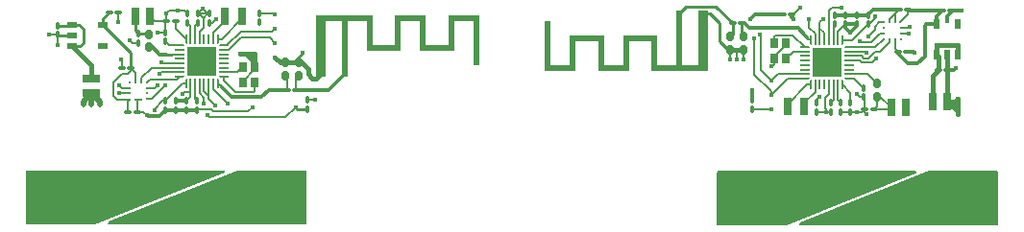
<source format=gbr>
%TF.GenerationSoftware,KiCad,Pcbnew,8.0.1*%
%TF.CreationDate,2024-08-12T12:56:14+02:00*%
%TF.ProjectId,Test_NH,54657374-5f4e-4482-9e6b-696361645f70,rev?*%
%TF.SameCoordinates,Original*%
%TF.FileFunction,Copper,L1,Top*%
%TF.FilePolarity,Positive*%
%FSLAX46Y46*%
G04 Gerber Fmt 4.6, Leading zero omitted, Abs format (unit mm)*
G04 Created by KiCad (PCBNEW 8.0.1) date 2024-08-12 12:56:14*
%MOMM*%
%LPD*%
G01*
G04 APERTURE LIST*
G04 Aperture macros list*
%AMRoundRect*
0 Rectangle with rounded corners*
0 $1 Rounding radius*
0 $2 $3 $4 $5 $6 $7 $8 $9 X,Y pos of 4 corners*
0 Add a 4 corners polygon primitive as box body*
4,1,4,$2,$3,$4,$5,$6,$7,$8,$9,$2,$3,0*
0 Add four circle primitives for the rounded corners*
1,1,$1+$1,$2,$3*
1,1,$1+$1,$4,$5*
1,1,$1+$1,$6,$7*
1,1,$1+$1,$8,$9*
0 Add four rect primitives between the rounded corners*
20,1,$1+$1,$2,$3,$4,$5,0*
20,1,$1+$1,$4,$5,$6,$7,0*
20,1,$1+$1,$6,$7,$8,$9,0*
20,1,$1+$1,$8,$9,$2,$3,0*%
%AMFreePoly0*
4,1,14,0.314644,0.085355,0.385355,0.014644,0.400000,-0.020711,0.400000,-0.050000,0.385355,-0.085355,0.350000,-0.100000,-0.350000,-0.100000,-0.385355,-0.085355,-0.400000,-0.050000,-0.400000,0.050000,-0.385355,0.085355,-0.350000,0.100000,0.279289,0.100000,0.314644,0.085355,0.314644,0.085355,$1*%
%AMFreePoly1*
4,1,14,0.385355,0.085355,0.400000,0.050000,0.400000,0.020711,0.385355,-0.014644,0.314644,-0.085355,0.279289,-0.100000,-0.350000,-0.100000,-0.385355,-0.085355,-0.400000,-0.050000,-0.400000,0.050000,-0.385355,0.085355,-0.350000,0.100000,0.350000,0.100000,0.385355,0.085355,0.385355,0.085355,$1*%
%AMFreePoly2*
4,1,14,0.085355,0.385355,0.100000,0.350000,0.100000,-0.350000,0.085355,-0.385355,0.050000,-0.400000,-0.050000,-0.400000,-0.085355,-0.385355,-0.100000,-0.350000,-0.100000,0.279289,-0.085355,0.314644,-0.014644,0.385355,0.020711,0.400000,0.050000,0.400000,0.085355,0.385355,0.085355,0.385355,$1*%
%AMFreePoly3*
4,1,14,0.014644,0.385355,0.085355,0.314644,0.100000,0.279289,0.100000,-0.350000,0.085355,-0.385355,0.050000,-0.400000,-0.050000,-0.400000,-0.085355,-0.385355,-0.100000,-0.350000,-0.100000,0.350000,-0.085355,0.385355,-0.050000,0.400000,-0.020711,0.400000,0.014644,0.385355,0.014644,0.385355,$1*%
%AMFreePoly4*
4,1,14,0.385355,0.085355,0.400000,0.050000,0.400000,-0.050000,0.385355,-0.085355,0.350000,-0.100000,-0.279289,-0.100000,-0.314644,-0.085355,-0.385355,-0.014644,-0.400000,0.020711,-0.400000,0.050000,-0.385355,0.085355,-0.350000,0.100000,0.350000,0.100000,0.385355,0.085355,0.385355,0.085355,$1*%
%AMFreePoly5*
4,1,14,0.385355,0.085355,0.400000,0.050000,0.400000,-0.050000,0.385355,-0.085355,0.350000,-0.100000,-0.350000,-0.100000,-0.385355,-0.085355,-0.400000,-0.050000,-0.400000,-0.020711,-0.385355,0.014644,-0.314644,0.085355,-0.279289,0.100000,0.350000,0.100000,0.385355,0.085355,0.385355,0.085355,$1*%
%AMFreePoly6*
4,1,14,0.085355,0.385355,0.100000,0.350000,0.100000,-0.279289,0.085355,-0.314644,0.014644,-0.385355,-0.020711,-0.400000,-0.050000,-0.400000,-0.085355,-0.385355,-0.100000,-0.350000,-0.100000,0.350000,-0.085355,0.385355,-0.050000,0.400000,0.050000,0.400000,0.085355,0.385355,0.085355,0.385355,$1*%
%AMFreePoly7*
4,1,14,0.085355,0.385355,0.100000,0.350000,0.100000,-0.350000,0.085355,-0.385355,0.050000,-0.400000,0.020711,-0.400000,-0.014644,-0.385355,-0.085355,-0.314644,-0.100000,-0.279289,-0.100000,0.350000,-0.085355,0.385355,-0.050000,0.400000,0.050000,0.400000,0.085355,0.385355,0.085355,0.385355,$1*%
G04 Aperture macros list end*
%TA.AperFunction,EtchedComponent*%
%ADD10C,0.000000*%
%TD*%
%TA.AperFunction,SMDPad,CuDef*%
%ADD11RoundRect,0.100000X-0.217500X-0.100000X0.217500X-0.100000X0.217500X0.100000X-0.217500X0.100000X0*%
%TD*%
%TA.AperFunction,SMDPad,CuDef*%
%ADD12RoundRect,0.100000X0.100000X-0.217500X0.100000X0.217500X-0.100000X0.217500X-0.100000X-0.217500X0*%
%TD*%
%TA.AperFunction,SMDPad,CuDef*%
%ADD13RoundRect,0.100000X-0.100000X0.217500X-0.100000X-0.217500X0.100000X-0.217500X0.100000X0.217500X0*%
%TD*%
%TA.AperFunction,SMDPad,CuDef*%
%ADD14RoundRect,0.100000X0.217500X0.100000X-0.217500X0.100000X-0.217500X-0.100000X0.217500X-0.100000X0*%
%TD*%
%TA.AperFunction,SMDPad,CuDef*%
%ADD15R,0.750000X0.850000*%
%TD*%
%TA.AperFunction,SMDPad,CuDef*%
%ADD16R,0.952500X0.558800*%
%TD*%
%TA.AperFunction,SMDPad,CuDef*%
%ADD17FreePoly0,0.000000*%
%TD*%
%TA.AperFunction,SMDPad,CuDef*%
%ADD18RoundRect,0.050000X-0.350000X-0.050000X0.350000X-0.050000X0.350000X0.050000X-0.350000X0.050000X0*%
%TD*%
%TA.AperFunction,SMDPad,CuDef*%
%ADD19FreePoly1,0.000000*%
%TD*%
%TA.AperFunction,SMDPad,CuDef*%
%ADD20FreePoly2,0.000000*%
%TD*%
%TA.AperFunction,SMDPad,CuDef*%
%ADD21RoundRect,0.050000X-0.050000X-0.350000X0.050000X-0.350000X0.050000X0.350000X-0.050000X0.350000X0*%
%TD*%
%TA.AperFunction,SMDPad,CuDef*%
%ADD22FreePoly3,0.000000*%
%TD*%
%TA.AperFunction,SMDPad,CuDef*%
%ADD23FreePoly4,0.000000*%
%TD*%
%TA.AperFunction,SMDPad,CuDef*%
%ADD24FreePoly5,0.000000*%
%TD*%
%TA.AperFunction,SMDPad,CuDef*%
%ADD25FreePoly6,0.000000*%
%TD*%
%TA.AperFunction,SMDPad,CuDef*%
%ADD26FreePoly7,0.000000*%
%TD*%
%TA.AperFunction,HeatsinkPad*%
%ADD27R,2.650000X2.650000*%
%TD*%
%TA.AperFunction,SMDPad,CuDef*%
%ADD28RoundRect,0.160000X-0.160000X0.222500X-0.160000X-0.222500X0.160000X-0.222500X0.160000X0.222500X0*%
%TD*%
%TA.AperFunction,SMDPad,CuDef*%
%ADD29RoundRect,0.160000X0.160000X-0.222500X0.160000X0.222500X-0.160000X0.222500X-0.160000X-0.222500X0*%
%TD*%
%TA.AperFunction,ConnectorPad*%
%ADD30R,0.500000X0.500000*%
%TD*%
%TA.AperFunction,ComponentPad*%
%ADD31R,0.900000X0.500000*%
%TD*%
%TA.AperFunction,SMDPad,CuDef*%
%ADD32FreePoly0,180.000000*%
%TD*%
%TA.AperFunction,SMDPad,CuDef*%
%ADD33RoundRect,0.050000X0.350000X0.050000X-0.350000X0.050000X-0.350000X-0.050000X0.350000X-0.050000X0*%
%TD*%
%TA.AperFunction,SMDPad,CuDef*%
%ADD34FreePoly1,180.000000*%
%TD*%
%TA.AperFunction,SMDPad,CuDef*%
%ADD35FreePoly2,180.000000*%
%TD*%
%TA.AperFunction,SMDPad,CuDef*%
%ADD36RoundRect,0.050000X0.050000X0.350000X-0.050000X0.350000X-0.050000X-0.350000X0.050000X-0.350000X0*%
%TD*%
%TA.AperFunction,SMDPad,CuDef*%
%ADD37FreePoly3,180.000000*%
%TD*%
%TA.AperFunction,SMDPad,CuDef*%
%ADD38FreePoly4,180.000000*%
%TD*%
%TA.AperFunction,SMDPad,CuDef*%
%ADD39FreePoly5,180.000000*%
%TD*%
%TA.AperFunction,SMDPad,CuDef*%
%ADD40FreePoly6,180.000000*%
%TD*%
%TA.AperFunction,SMDPad,CuDef*%
%ADD41FreePoly7,180.000000*%
%TD*%
%TA.AperFunction,SMDPad,CuDef*%
%ADD42R,0.279400X0.279400*%
%TD*%
%TA.AperFunction,SMDPad,CuDef*%
%ADD43R,1.524000X0.800000*%
%TD*%
%TA.AperFunction,SMDPad,CuDef*%
%ADD44R,0.800000X1.524000*%
%TD*%
%TA.AperFunction,SMDPad,CuDef*%
%ADD45R,0.558800X0.952500*%
%TD*%
%TA.AperFunction,ViaPad*%
%ADD46C,0.400000*%
%TD*%
%TA.AperFunction,Conductor*%
%ADD47C,0.200000*%
%TD*%
%TA.AperFunction,Conductor*%
%ADD48C,0.300000*%
%TD*%
%TA.AperFunction,Conductor*%
%ADD49C,0.400000*%
%TD*%
%TA.AperFunction,Conductor*%
%ADD50C,0.250000*%
%TD*%
%TA.AperFunction,Conductor*%
%ADD51C,0.500000*%
%TD*%
G04 APERTURE END LIST*
D10*
%TA.AperFunction,EtchedComponent*%
%TO.C,AE1*%
G36*
X137005000Y-101977500D02*
G01*
X139005000Y-101977500D01*
X139005000Y-99337500D01*
X141705000Y-99337500D01*
X141705000Y-101977500D01*
X143705000Y-101977500D01*
X143705000Y-99337500D01*
X146405000Y-99337500D01*
X146405000Y-103777500D01*
X145905000Y-103777500D01*
X145905000Y-99837500D01*
X144205000Y-99837500D01*
X144205000Y-102477500D01*
X141205000Y-102477500D01*
X141205000Y-99837500D01*
X139505000Y-99837500D01*
X139505000Y-102477500D01*
X136505000Y-102477500D01*
X136505000Y-99837500D01*
X134805000Y-99837500D01*
X134805000Y-104737500D01*
X134305000Y-104737500D01*
X134305000Y-99837500D01*
X132905000Y-99837500D01*
X132905000Y-104737500D01*
X132005000Y-104737500D01*
X132005000Y-104494285D01*
X132307417Y-104494285D01*
X132317258Y-104541895D01*
X132341326Y-104584297D01*
X132379269Y-104617081D01*
X132387181Y-104621435D01*
X132429844Y-104633543D01*
X132478363Y-104632800D01*
X132523878Y-104619900D01*
X132542489Y-104609287D01*
X132576132Y-104574053D01*
X132596691Y-104528868D01*
X132603222Y-104479342D01*
X132594782Y-104431083D01*
X132577888Y-104398857D01*
X132542628Y-104366187D01*
X132497318Y-104346092D01*
X132447733Y-104339518D01*
X132399647Y-104347408D01*
X132366755Y-104364314D01*
X132331815Y-104401084D01*
X132312153Y-104445878D01*
X132307417Y-104494285D01*
X132005000Y-104494285D01*
X132005000Y-99337500D01*
X137005000Y-99337500D01*
X137005000Y-101977500D01*
G37*
%TD.AperFunction*%
%TA.AperFunction,EtchedComponent*%
%TO.C,AE2*%
G36*
X166590000Y-104290000D02*
G01*
X161590000Y-104290000D01*
X161590000Y-101650000D01*
X159590000Y-101650000D01*
X159590000Y-104290000D01*
X156890000Y-104290000D01*
X156890000Y-101650000D01*
X154890000Y-101650000D01*
X154890000Y-104290000D01*
X152190000Y-104290000D01*
X152190000Y-99850000D01*
X152690000Y-99850000D01*
X152690000Y-103790000D01*
X154390000Y-103790000D01*
X154390000Y-101150000D01*
X157390000Y-101150000D01*
X157390000Y-103790000D01*
X159090000Y-103790000D01*
X159090000Y-101150000D01*
X162090000Y-101150000D01*
X162090000Y-103790000D01*
X163790000Y-103790000D01*
X163790000Y-98890000D01*
X164290000Y-98890000D01*
X164290000Y-103790000D01*
X165690000Y-103790000D01*
X165690000Y-99148158D01*
X165991778Y-99148158D01*
X166000218Y-99196417D01*
X166017112Y-99228643D01*
X166052372Y-99261313D01*
X166097682Y-99281408D01*
X166147267Y-99287982D01*
X166195353Y-99280092D01*
X166228245Y-99263186D01*
X166263185Y-99226416D01*
X166282847Y-99181622D01*
X166287583Y-99133215D01*
X166277742Y-99085605D01*
X166253674Y-99043203D01*
X166215731Y-99010419D01*
X166207819Y-99006065D01*
X166165156Y-98993957D01*
X166116637Y-98994700D01*
X166071122Y-99007600D01*
X166052511Y-99018213D01*
X166018868Y-99053447D01*
X165998309Y-99098632D01*
X165991778Y-99148158D01*
X165690000Y-99148158D01*
X165690000Y-98890000D01*
X166590000Y-98890000D01*
X166590000Y-99133215D01*
X166590000Y-104290000D01*
G37*
%TD.AperFunction*%
%TD*%
D11*
%TO.P,C15,1*%
%TO.N,VDD*%
X115442500Y-107895000D03*
%TO.P,C15,2*%
%TO.N,GND*%
X116257500Y-107895000D03*
%TD*%
D12*
%TO.P,C21,1*%
%TO.N,GND*%
X179120000Y-107862500D03*
%TO.P,C21,2*%
%TO.N,Net-(U5-DACVSS)*%
X179120000Y-107047500D03*
%TD*%
D13*
%TO.P,R2,1*%
%TO.N,GND*%
X131230000Y-106815000D03*
%TO.P,R2,2*%
%TO.N,/VBUS*%
X131230000Y-107630000D03*
%TD*%
D14*
%TO.P,C10,1*%
%TO.N,VDD*%
X115727500Y-104035000D03*
%TO.P,C10,2*%
%TO.N,GND*%
X114912500Y-104035000D03*
%TD*%
D15*
%TO.P,Y1,1,1*%
%TO.N,Net-(U2-BT_OSCI)*%
X126615000Y-105255000D03*
%TO.P,Y1,2,2*%
%TO.N,GND*%
X126615000Y-103905000D03*
%TO.P,Y1,3,3*%
%TO.N,Net-(U2-BT_OSCO)*%
X125565000Y-103905000D03*
%TO.P,Y1,4,4*%
%TO.N,GND*%
X125565000Y-105255000D03*
%TD*%
D11*
%TO.P,C19,1*%
%TO.N,GND*%
X180382500Y-107625000D03*
%TO.P,C19,2*%
%TO.N,Net-(C19-Pad2)*%
X181197500Y-107625000D03*
%TD*%
D13*
%TO.P,C16,1*%
%TO.N,GND*%
X176140000Y-107047500D03*
%TO.P,C16,2*%
%TO.N,/MIC_BIAS*%
X176140000Y-107862500D03*
%TD*%
D16*
%TO.P,U1,1,VIN*%
%TO.N,+BATT*%
X110512050Y-100165200D03*
%TO.P,U1,2,GND*%
%TO.N,GND*%
X110512050Y-101105000D03*
%TO.P,U1,3,EN*%
%TO.N,+BATT*%
X110512050Y-102044800D03*
%TO.P,U1,4,NC*%
%TO.N,unconnected-(U1-NC-Pad4)*%
X113267950Y-102044800D03*
%TO.P,U1,5,VOUT*%
%TO.N,VDD*%
X113267950Y-100165200D03*
%TD*%
D12*
%TO.P,C18,1*%
%TO.N,/MIC_BIAS*%
X177390000Y-107862500D03*
%TO.P,C18,2*%
%TO.N,/MIC*%
X177390000Y-107047500D03*
%TD*%
D17*
%TO.P,U2,1,VCOM0*%
%TO.N,Net-(U2-VCOM0)*%
X120010000Y-101985000D03*
D18*
%TO.P,U2,2,DACL*%
%TO.N,unconnected-(U2-DACL-Pad2)*%
X120010000Y-102385000D03*
%TO.P,U2,3,DACR*%
%TO.N,Net-(U2-DACR)*%
X120010000Y-102785000D03*
%TO.P,U2,4,FMIP*%
%TO.N,unconnected-(U2-FMIP-Pad4)*%
X120010000Y-103185000D03*
%TO.P,U2,5,PB11*%
%TO.N,/CS*%
X120010000Y-103585000D03*
%TO.P,U2,6,PB10*%
%TO.N,/DO*%
X120010000Y-103985000D03*
%TO.P,U2,7,PB9*%
%TO.N,/CLK*%
X120010000Y-104385000D03*
D19*
%TO.P,U2,8,PB8*%
%TO.N,/DI*%
X120010000Y-104785000D03*
D20*
%TO.P,U2,9,LDO_IN/PB5*%
%TO.N,/VBUS*%
X120560000Y-105335000D03*
D21*
%TO.P,U2,10,VBAT*%
%TO.N,+BATT*%
X120960000Y-105335000D03*
%TO.P,U2,11,BT_AVDD*%
%TO.N,Net-(U2-BT_AVDD)*%
X121360000Y-105335000D03*
%TO.P,U2,12,PB3*%
%TO.N,/INT2*%
X121760000Y-105335000D03*
%TO.P,U2,13,PB2*%
%TO.N,/INT1*%
X122160000Y-105335000D03*
%TO.P,U2,14,PB1*%
X122560000Y-105335000D03*
%TO.P,U2,15,PB0*%
%TO.N,/TX*%
X122960000Y-105335000D03*
D22*
%TO.P,U2,16,BT_RF*%
%TO.N,Net-(U2-BT_RF)*%
X123360000Y-105335000D03*
D23*
%TO.P,U2,17,BT_OSCI*%
%TO.N,Net-(U2-BT_OSCI)*%
X123910000Y-104785000D03*
D18*
%TO.P,U2,18,BT_OSCO*%
%TO.N,Net-(U2-BT_OSCO)*%
X123910000Y-104385000D03*
%TO.P,U2,19,PC5*%
%TO.N,unconnected-(U2-PC5-Pad19)*%
X123910000Y-103985000D03*
%TO.P,U2,20,PC4*%
%TO.N,unconnected-(U2-PC4-Pad20)*%
X123910000Y-103585000D03*
%TO.P,U2,21,PC3*%
%TO.N,unconnected-(U2-PC3-Pad21)*%
X123910000Y-103185000D03*
%TO.P,U2,22,PC2*%
%TO.N,unconnected-(U2-PC2-Pad22)*%
X123910000Y-102785000D03*
%TO.P,U2,23,USBDM*%
%TO.N,/USBDM*%
X123910000Y-102385000D03*
D24*
%TO.P,U2,24,USBDP*%
%TO.N,/USBDP*%
X123910000Y-101985000D03*
D25*
%TO.P,U2,25,PA10*%
%TO.N,Net-(J4-Pin_1)*%
X123360000Y-101435000D03*
D21*
%TO.P,U2,26,PA9*%
%TO.N,Net-(J3-Pin_1)*%
X122960000Y-101435000D03*
%TO.P,U2,27,PA1*%
%TO.N,unconnected-(U2-PA1-Pad27)*%
X122560000Y-101435000D03*
%TO.P,U2,28,PA0*%
%TO.N,unconnected-(U2-PA0-Pad28)*%
X122160000Y-101435000D03*
%TO.P,U2,29,PC7*%
%TO.N,/MIC_BIAS*%
X121760000Y-101435000D03*
%TO.P,U2,30,MIC*%
%TO.N,/MIC*%
X121360000Y-101435000D03*
%TO.P,U2,31,VDDIO*%
%TO.N,Net-(U2-VDDIO)*%
X120960000Y-101435000D03*
D26*
%TO.P,U2,32,DACVSS*%
%TO.N,Net-(U2-DACVSS)*%
X120560000Y-101435000D03*
D27*
%TO.P,U2,33,EP*%
%TO.N,GND*%
X121960000Y-103385000D03*
%TD*%
D28*
%TO.P,L3,1,1*%
%TO.N,GND*%
X130465000Y-103530000D03*
%TO.P,L3,2,2*%
%TO.N,Net-(AE1-A)*%
X130465000Y-104675000D03*
%TD*%
D13*
%TO.P,C23,1*%
%TO.N,GND*%
X179680000Y-99325000D03*
%TO.P,C23,2*%
%TO.N,+BATT*%
X179680000Y-100140000D03*
%TD*%
D11*
%TO.P,C13,1*%
%TO.N,VDD*%
X113782500Y-99105000D03*
%TO.P,C13,2*%
%TO.N,GND*%
X114597500Y-99105000D03*
%TD*%
%TO.P,C29,1*%
%TO.N,Net-(AE2-A)*%
X168732500Y-100045000D03*
%TO.P,C29,2*%
%TO.N,Net-(U5-BT_RF)*%
X169547500Y-100045000D03*
%TD*%
D13*
%TO.P,C2,1*%
%TO.N,+BATT*%
X109242950Y-100257700D03*
%TO.P,C2,2*%
%TO.N,GND*%
X109242950Y-101072700D03*
%TD*%
D15*
%TO.P,Y2,1,1*%
%TO.N,Net-(U5-BT_OSCI)*%
X172400000Y-101835000D03*
%TO.P,Y2,2,2*%
%TO.N,GND*%
X172400000Y-103185000D03*
%TO.P,Y2,3,3*%
%TO.N,Net-(U5-BT_OSCO)*%
X173450000Y-103185000D03*
%TO.P,Y2,4,4*%
%TO.N,GND*%
X173450000Y-101835000D03*
%TD*%
D12*
%TO.P,C1,1*%
%TO.N,GND*%
X122665000Y-100012500D03*
%TO.P,C1,2*%
%TO.N,/MIC_BIAS*%
X122665000Y-99197500D03*
%TD*%
D11*
%TO.P,C25,1*%
%TO.N,VDD*%
X183317000Y-102579100D03*
%TO.P,C25,2*%
%TO.N,GND*%
X184132000Y-102579100D03*
%TD*%
D29*
%TO.P,L6,1,1*%
%TO.N,GND*%
X168540000Y-102367500D03*
%TO.P,L6,2,2*%
%TO.N,Net-(AE2-A)*%
X168540000Y-101222500D03*
%TD*%
D12*
%TO.P,C12,1*%
%TO.N,GND*%
X119690000Y-107705000D03*
%TO.P,C12,2*%
%TO.N,+BATT*%
X119690000Y-106890000D03*
%TD*%
D11*
%TO.P,C28,1*%
%TO.N,VDD*%
X187212500Y-98915000D03*
%TO.P,C28,2*%
%TO.N,GND*%
X188027500Y-98915000D03*
%TD*%
D30*
%TO.P,AE1,1,A*%
%TO.N,Net-(AE1-A)*%
X134555000Y-104487500D03*
D31*
%TO.P,AE1,2,Shield*%
%TO.N,GND*%
X132455000Y-104487500D03*
%TD*%
D32*
%TO.P,U5,1,VCOM0*%
%TO.N,Net-(U5-VCOM0)*%
X178980000Y-104935000D03*
D33*
%TO.P,U5,2,DACL*%
%TO.N,Net-(U5-DACL)*%
X178980000Y-104535000D03*
%TO.P,U5,3,DACR*%
%TO.N,unconnected-(U5-DACR-Pad3)*%
X178980000Y-104135000D03*
%TO.P,U5,4,FMIP*%
%TO.N,unconnected-(U5-FMIP-Pad4)*%
X178980000Y-103735000D03*
%TO.P,U5,5,PB11*%
%TO.N,/CS*%
X178980000Y-103335000D03*
%TO.P,U5,6,PB10*%
%TO.N,/DO*%
X178980000Y-102935000D03*
%TO.P,U5,7,PB9*%
%TO.N,/CLK*%
X178980000Y-102535000D03*
D34*
%TO.P,U5,8,PB8*%
%TO.N,/DI*%
X178980000Y-102135000D03*
D35*
%TO.P,U5,9,LDO_IN/PB5*%
%TO.N,/VBUS*%
X178430000Y-101585000D03*
D36*
%TO.P,U5,10,VBAT*%
%TO.N,+BATT*%
X178030000Y-101585000D03*
%TO.P,U5,11,BT_AVDD*%
%TO.N,Net-(U5-BT_AVDD)*%
X177630000Y-101585000D03*
%TO.P,U5,12,PB3*%
%TO.N,/INT2*%
X177230000Y-101585000D03*
%TO.P,U5,13,PB2*%
%TO.N,/INT1*%
X176830000Y-101585000D03*
%TO.P,U5,14,PB1*%
X176430000Y-101585000D03*
%TO.P,U5,15,PB0*%
%TO.N,/TX*%
X176030000Y-101585000D03*
D37*
%TO.P,U5,16,BT_RF*%
%TO.N,Net-(U5-BT_RF)*%
X175630000Y-101585000D03*
D38*
%TO.P,U5,17,BT_OSCI*%
%TO.N,Net-(U5-BT_OSCI)*%
X175080000Y-102135000D03*
D33*
%TO.P,U5,18,BT_OSCO*%
%TO.N,Net-(U5-BT_OSCO)*%
X175080000Y-102535000D03*
%TO.P,U5,19,PC5*%
%TO.N,unconnected-(U5-PC5-Pad19)*%
X175080000Y-102935000D03*
%TO.P,U5,20,PC4*%
%TO.N,unconnected-(U5-PC4-Pad20)*%
X175080000Y-103335000D03*
%TO.P,U5,21,PC3*%
%TO.N,unconnected-(U5-PC3-Pad21)*%
X175080000Y-103735000D03*
%TO.P,U5,22,PC2*%
%TO.N,unconnected-(U5-PC2-Pad22)*%
X175080000Y-104135000D03*
%TO.P,U5,23,USBDM*%
%TO.N,/USBDM*%
X175080000Y-104535000D03*
D39*
%TO.P,U5,24,USBDP*%
%TO.N,/USBDP*%
X175080000Y-104935000D03*
D40*
%TO.P,U5,25,PA10*%
%TO.N,Net-(J10-Pin_1)*%
X175630000Y-105485000D03*
D36*
%TO.P,U5,26,PA9*%
%TO.N,Net-(J11-Pin_1)*%
X176030000Y-105485000D03*
%TO.P,U5,27,PA1*%
%TO.N,unconnected-(U5-PA1-Pad27)*%
X176430000Y-105485000D03*
%TO.P,U5,28,PA0*%
%TO.N,unconnected-(U5-PA0-Pad28)*%
X176830000Y-105485000D03*
%TO.P,U5,29,PC7*%
%TO.N,/MIC_BIAS*%
X177230000Y-105485000D03*
%TO.P,U5,30,MIC*%
%TO.N,/MIC*%
X177630000Y-105485000D03*
%TO.P,U5,31,VDDIO*%
%TO.N,Net-(U5-VDDIO)*%
X178030000Y-105485000D03*
D41*
%TO.P,U5,32,DACVSS*%
%TO.N,Net-(U5-DACVSS)*%
X178430000Y-105485000D03*
D27*
%TO.P,U5,33,EP*%
%TO.N,GND*%
X177030000Y-103535000D03*
%TD*%
D42*
%TO.P,U3,1,SDO*%
%TO.N,/DI*%
X117132000Y-105246999D03*
%TO.P,U3,2,SDX*%
%TO.N,/DO*%
X116620000Y-105235000D03*
%TO.P,U3,3,VDDIO*%
%TO.N,VDD*%
X116120000Y-105235000D03*
%TO.P,U3,4,NC*%
%TO.N,unconnected-(U3-NC-Pad4)*%
X115608000Y-105246999D03*
%TO.P,U3,5,INT1*%
%TO.N,/INT1*%
X115608000Y-105747000D03*
%TO.P,U3,6,INT2*%
%TO.N,/INT2*%
X115608000Y-106247000D03*
%TO.P,U3,7,VDD*%
%TO.N,VDD*%
X115619999Y-106759000D03*
%TO.P,U3,8,GNDIO*%
%TO.N,GND*%
X116120000Y-106759000D03*
%TO.P,U3,9,GND*%
X116620000Y-106759000D03*
%TO.P,U3,10,CSB*%
%TO.N,/CS*%
X117132000Y-106747001D03*
%TO.P,U3,11,NC*%
%TO.N,unconnected-(U3-NC-Pad11)*%
X117132000Y-106247000D03*
%TO.P,U3,12,SCX*%
%TO.N,/CLK*%
X117132000Y-105747000D03*
%TD*%
D28*
%TO.P,L5,1,1*%
%TO.N,Net-(U5-BT_RF)*%
X169690000Y-101222500D03*
%TO.P,L5,2,2*%
%TO.N,GND*%
X169690000Y-102367500D03*
%TD*%
D43*
%TO.P,BT1,1,+*%
%TO.N,+BATT*%
X112240000Y-104955000D03*
%TO.P,BT1,2,-*%
%TO.N,GND*%
X112240000Y-106225000D03*
%TD*%
D28*
%TO.P,L1,1,1*%
%TO.N,Net-(C4-Pad2)*%
X117310000Y-101032500D03*
%TO.P,L1,2,2*%
%TO.N,Net-(U2-DACR)*%
X117310000Y-102177500D03*
%TD*%
D44*
%TO.P,J4,1,Pin_1*%
%TO.N,Net-(J4-Pin_1)*%
X125520000Y-99405000D03*
%TD*%
D12*
%TO.P,C8,1*%
%TO.N,GND*%
X120590000Y-107705000D03*
%TO.P,C8,2*%
%TO.N,+BATT*%
X120590000Y-106890000D03*
%TD*%
D13*
%TO.P,C27,1*%
%TO.N,GND*%
X178690000Y-99325000D03*
%TO.P,C27,2*%
%TO.N,+BATT*%
X178690000Y-100140000D03*
%TD*%
D12*
%TO.P,R1,1*%
%TO.N,+BATT*%
X127015000Y-99962500D03*
%TO.P,R1,2*%
%TO.N,Net-(J2-Pin_1)*%
X127015000Y-99147500D03*
%TD*%
D44*
%TO.P,LS1,1,1*%
%TO.N,GND*%
X117360000Y-99405000D03*
%TO.P,LS1,2,2*%
%TO.N,Net-(C4-Pad2)*%
X116090000Y-99405000D03*
%TD*%
D13*
%TO.P,R4,1*%
%TO.N,+BATT*%
X170430000Y-106837500D03*
%TO.P,R4,2*%
%TO.N,Net-(J8-Pin_1)*%
X170430000Y-107652500D03*
%TD*%
D45*
%TO.P,U4,1,VIN*%
%TO.N,+BATT*%
X186710200Y-102862950D03*
%TO.P,U4,2,GND*%
%TO.N,GND*%
X187650000Y-102862950D03*
%TO.P,U4,3,EN*%
%TO.N,+BATT*%
X188589800Y-102862950D03*
%TO.P,U4,4,NC*%
%TO.N,unconnected-(U4-NC-Pad4)*%
X188589800Y-100107050D03*
%TO.P,U4,5,VOUT*%
%TO.N,VDD*%
X186710200Y-100107050D03*
%TD*%
D13*
%TO.P,C5,1*%
%TO.N,GND*%
X118730000Y-100860000D03*
%TO.P,C5,2*%
%TO.N,Net-(U2-VCOM0)*%
X118730000Y-101675000D03*
%TD*%
D30*
%TO.P,AE2,1,A*%
%TO.N,Net-(AE2-A)*%
X164040000Y-99140000D03*
D31*
%TO.P,AE2,2,Shield*%
%TO.N,GND*%
X166140000Y-99140000D03*
%TD*%
D29*
%TO.P,L4,1,1*%
%TO.N,Net-(C19-Pad2)*%
X181440000Y-106520000D03*
%TO.P,L4,2,2*%
%TO.N,Net-(U5-DACL)*%
X181440000Y-105375000D03*
%TD*%
D44*
%TO.P,LS2,1,1*%
%TO.N,Net-(C19-Pad2)*%
X182710000Y-107515000D03*
%TO.P,LS2,2,2*%
%TO.N,GND*%
X183980000Y-107515000D03*
%TD*%
D12*
%TO.P,C22,1*%
%TO.N,/VBUS*%
X180710000Y-100140000D03*
%TO.P,C22,2*%
%TO.N,GND*%
X180710000Y-99325000D03*
%TD*%
D11*
%TO.P,C17,1*%
%TO.N,+BATT*%
X186862500Y-104215000D03*
%TO.P,C17,2*%
%TO.N,GND*%
X187677500Y-104215000D03*
%TD*%
D12*
%TO.P,C20,1*%
%TO.N,GND*%
X180280000Y-106565000D03*
%TO.P,C20,2*%
%TO.N,Net-(U5-VCOM0)*%
X180280000Y-105750000D03*
%TD*%
D13*
%TO.P,C3,1*%
%TO.N,/MIC_BIAS*%
X121590000Y-99197500D03*
%TO.P,C3,2*%
%TO.N,/MIC*%
X121590000Y-100012500D03*
%TD*%
D44*
%TO.P,J10,1,Pin_1*%
%TO.N,Net-(J10-Pin_1)*%
X173580000Y-107425000D03*
%TD*%
D14*
%TO.P,C14,1*%
%TO.N,Net-(AE1-A)*%
X130260000Y-105922500D03*
%TO.P,C14,2*%
%TO.N,Net-(U2-BT_RF)*%
X129445000Y-105922500D03*
%TD*%
D42*
%TO.P,U6,1,SDO*%
%TO.N,/DI*%
X182028000Y-101443101D03*
%TO.P,U6,2,SDX*%
%TO.N,/DO*%
X182540000Y-101455100D03*
%TO.P,U6,3,VDDIO*%
%TO.N,VDD*%
X183040000Y-101455100D03*
%TO.P,U6,4,NC*%
%TO.N,unconnected-(U6-NC-Pad4)*%
X183552000Y-101443101D03*
%TO.P,U6,5,INT1*%
%TO.N,/INT1*%
X183552000Y-100943100D03*
%TO.P,U6,6,INT2*%
%TO.N,/INT2*%
X183552000Y-100443100D03*
%TO.P,U6,7,VDD*%
%TO.N,VDD*%
X183540001Y-99931100D03*
%TO.P,U6,8,GNDIO*%
%TO.N,GND*%
X183040000Y-99931100D03*
%TO.P,U6,9,GND*%
X182540000Y-99931100D03*
%TO.P,U6,10,CSB*%
%TO.N,/CS*%
X182028000Y-99943099D03*
%TO.P,U6,11,NC*%
%TO.N,unconnected-(U6-NC-Pad11)*%
X182028000Y-100443100D03*
%TO.P,U6,12,SCX*%
%TO.N,/CLK*%
X182028000Y-100943100D03*
%TD*%
D13*
%TO.P,C9,1*%
%TO.N,GND*%
X120690000Y-99197500D03*
%TO.P,C9,2*%
%TO.N,Net-(U2-VDDIO)*%
X120690000Y-100012500D03*
%TD*%
D12*
%TO.P,C11,1*%
%TO.N,GND*%
X121530000Y-107705000D03*
%TO.P,C11,2*%
%TO.N,Net-(U2-BT_AVDD)*%
X121530000Y-106890000D03*
%TD*%
D14*
%TO.P,C30,1*%
%TO.N,VDD*%
X184197500Y-98833100D03*
%TO.P,C30,2*%
%TO.N,GND*%
X183382500Y-98833100D03*
%TD*%
D44*
%TO.P,J9,1,Pin_1*%
%TO.N,Net-(J11-Pin_1)*%
X175050000Y-107425000D03*
%TD*%
%TO.P,BT2,1,+*%
%TO.N,+BATT*%
X186380000Y-106955000D03*
%TO.P,BT2,2,-*%
%TO.N,GND*%
X187650000Y-106955000D03*
%TD*%
D11*
%TO.P,R5,1*%
%TO.N,GND*%
X173142500Y-99295000D03*
%TO.P,R5,2*%
%TO.N,/VBUS*%
X173957500Y-99295000D03*
%TD*%
D44*
%TO.P,J3,1,Pin_1*%
%TO.N,Net-(J3-Pin_1)*%
X123990000Y-99405000D03*
%TD*%
D13*
%TO.P,C26,1*%
%TO.N,GND*%
X177740000Y-99325000D03*
%TO.P,C26,2*%
%TO.N,Net-(U5-BT_AVDD)*%
X177740000Y-100140000D03*
%TD*%
%TO.P,C7,1*%
%TO.N,/VBUS*%
X118720000Y-106890000D03*
%TO.P,C7,2*%
%TO.N,GND*%
X118720000Y-107705000D03*
%TD*%
D12*
%TO.P,C24,1*%
%TO.N,GND*%
X178250000Y-107862500D03*
%TO.P,C24,2*%
%TO.N,Net-(U5-VDDIO)*%
X178250000Y-107047500D03*
%TD*%
D29*
%TO.P,L2,1,1*%
%TO.N,Net-(U2-BT_RF)*%
X129305000Y-104675000D03*
%TO.P,L2,2,2*%
%TO.N,GND*%
X129305000Y-103530000D03*
%TD*%
D12*
%TO.P,C4,1*%
%TO.N,GND*%
X116330000Y-101797500D03*
%TO.P,C4,2*%
%TO.N,Net-(C4-Pad2)*%
X116330000Y-100982500D03*
%TD*%
D11*
%TO.P,C6,1*%
%TO.N,GND*%
X118855000Y-99845000D03*
%TO.P,C6,2*%
%TO.N,Net-(U2-DACVSS)*%
X119670000Y-99845000D03*
%TD*%
D46*
%TO.N,GND*%
X113010000Y-107240000D03*
X118850000Y-99150000D03*
X170310000Y-99665000D03*
X122870000Y-102480000D03*
X177030000Y-103530000D03*
X126410000Y-107480000D03*
X131970000Y-106810000D03*
X114580000Y-99900000D03*
X172160000Y-103865000D03*
X188550000Y-107360000D03*
X179660000Y-106310000D03*
X123183070Y-99689291D03*
X118080000Y-100850000D03*
X115620000Y-101530000D03*
X188550000Y-106730000D03*
X126610000Y-102760000D03*
X177030000Y-102610000D03*
X180570000Y-108090000D03*
X109240000Y-101950000D03*
X176409707Y-106522552D03*
X117350000Y-99440000D03*
X119870000Y-98920000D03*
X117090000Y-108160000D03*
X121960000Y-104310000D03*
X177950000Y-104460000D03*
X121030000Y-102470000D03*
X128415000Y-103040000D03*
X108450000Y-101070000D03*
X125310000Y-102760000D03*
X121030000Y-103380000D03*
X184790000Y-102650000D03*
X111510000Y-107210000D03*
X168540000Y-103280000D03*
X182570000Y-98840000D03*
X177030000Y-104460000D03*
X112240000Y-107230000D03*
X176100000Y-104460000D03*
X188900000Y-98910000D03*
X187677500Y-105380000D03*
X179730000Y-107862500D03*
X122880000Y-103370000D03*
X188440000Y-103990000D03*
X176100000Y-102620000D03*
X177950000Y-103540000D03*
X125960000Y-102760000D03*
X110512050Y-101105000D03*
X130870000Y-102650000D03*
X183990000Y-107510000D03*
X114860000Y-103220000D03*
X121030000Y-104310000D03*
X121950000Y-103390000D03*
X177950000Y-102610000D03*
X169690000Y-103270000D03*
X187670000Y-99880000D03*
X169090000Y-103270000D03*
X122880000Y-104290000D03*
X121960000Y-102490000D03*
X176100000Y-103540000D03*
X188550000Y-108050000D03*
%TO.N,+BATT*%
X112240000Y-104955000D03*
X179130000Y-100870000D03*
X186746900Y-101950000D03*
X127015000Y-99962500D03*
X170440000Y-105960000D03*
X120220000Y-106260000D03*
%TO.N,Net-(J8-Pin_1)*%
X172160000Y-107675000D03*
%TO.N,Net-(J11-Pin_1)*%
X168140000Y-115470000D03*
%TO.N,Net-(J10-Pin_1)*%
X191380000Y-115440000D03*
%TO.N,/MIC_BIAS*%
X122020018Y-98739000D03*
X176970002Y-107862500D03*
%TO.N,Net-(J2-Pin_1)*%
X128415000Y-99230000D03*
%TO.N,Net-(J3-Pin_1)*%
X107240000Y-115410000D03*
%TO.N,Net-(J4-Pin_1)*%
X130390000Y-115350000D03*
%TO.N,/VBUS*%
X174120000Y-99665000D03*
X117800001Y-107690000D03*
X174664204Y-98680153D03*
X130220000Y-107480000D03*
X122420000Y-108150000D03*
X181310000Y-99460000D03*
%TO.N,/USBDP*%
X128415000Y-100500000D03*
X172160000Y-106405000D03*
X170650000Y-101400000D03*
%TO.N,/USBDM*%
X171105961Y-101010000D03*
X128415000Y-101770000D03*
X172160000Y-105135000D03*
%TO.N,/CS*%
X118400000Y-103485000D03*
X181414607Y-103134607D03*
X180670000Y-101210000D03*
X118700000Y-105510000D03*
%TO.N,/CLK*%
X180500000Y-102635000D03*
X179940000Y-101635000D03*
X118040000Y-105510000D03*
X118260000Y-104510000D03*
%TO.N,/INT2*%
X184371329Y-100354222D03*
X122160000Y-107100000D03*
X178310428Y-98692958D03*
X114681446Y-106218554D03*
%TO.N,/INT1*%
X123127500Y-107302500D03*
X176730000Y-99670000D03*
X184300000Y-100990000D03*
X114690000Y-105520000D03*
%TO.N,/TX*%
X124272500Y-107177500D03*
X175470000Y-99670000D03*
%TD*%
D47*
%TO.N,Net-(AE1-A)*%
X130260000Y-105922500D02*
X130260000Y-104880000D01*
D48*
X130260000Y-105922500D02*
X133120000Y-105922500D01*
X133120000Y-105922500D02*
X134555000Y-104487500D01*
D47*
X130260000Y-104880000D02*
X130465000Y-104675000D01*
D49*
%TO.N,GND*%
X129305000Y-103530000D02*
X128905000Y-103530000D01*
D47*
X180382500Y-106667500D02*
X180280000Y-106565000D01*
X122967893Y-107850000D02*
X126040000Y-107850000D01*
D50*
X109275250Y-101105000D02*
X109242950Y-101072700D01*
D47*
X118855000Y-99155000D02*
X118850000Y-99150000D01*
X177030000Y-103530000D02*
X177030000Y-103535000D01*
D51*
X111510000Y-106955000D02*
X112240000Y-106225000D01*
D47*
X120412500Y-98920000D02*
X120690000Y-99197500D01*
D48*
X180667182Y-99325000D02*
X181152182Y-98840000D01*
D47*
X118730000Y-100860000D02*
X118090000Y-100860000D01*
X177025000Y-103535000D02*
X176100000Y-104460000D01*
D50*
X130465000Y-103055000D02*
X130870000Y-102650000D01*
D49*
X128905000Y-103530000D02*
X128415000Y-103040000D01*
X187677500Y-106927500D02*
X187650000Y-106955000D01*
D48*
X118720000Y-107705000D02*
X121530000Y-107705000D01*
D47*
X121955000Y-103385000D02*
X121030000Y-104310000D01*
D49*
X188145000Y-106955000D02*
X188550000Y-107360000D01*
D47*
X177030000Y-103540000D02*
X177950000Y-104460000D01*
D48*
X173142500Y-99295000D02*
X170680000Y-99295000D01*
D47*
X182540000Y-99675600D02*
X183040000Y-99175600D01*
X131965000Y-106815000D02*
X131970000Y-106810000D01*
D49*
X129305000Y-103530000D02*
X130465000Y-103530000D01*
D47*
X115887500Y-101797500D02*
X115620000Y-101530000D01*
D49*
X188550000Y-108050000D02*
X188550000Y-106730000D01*
X187650000Y-106955000D02*
X188325000Y-106955000D01*
D48*
X117170000Y-108240000D02*
X118185000Y-108240000D01*
D49*
X126615000Y-103505000D02*
X125870000Y-102760000D01*
D47*
X114597500Y-99882500D02*
X114580000Y-99900000D01*
X114912500Y-104035000D02*
X114912500Y-103272500D01*
X108452700Y-101072700D02*
X108450000Y-101070000D01*
D50*
X168357500Y-102367500D02*
X168540000Y-102367500D01*
D47*
X180382500Y-107902500D02*
X180570000Y-108090000D01*
D49*
X126615000Y-102765000D02*
X126610000Y-102760000D01*
D47*
X173450000Y-101835000D02*
X173450000Y-101949314D01*
X169110000Y-102367500D02*
X169110000Y-103250000D01*
X177015000Y-103535000D02*
X176100000Y-102620000D01*
D49*
X130465000Y-103530000D02*
X130740000Y-103530000D01*
D48*
X183382500Y-98833100D02*
X182576900Y-98833100D01*
D47*
X118855000Y-99845000D02*
X118855000Y-99155000D01*
X109242950Y-101947050D02*
X109240000Y-101950000D01*
X119080000Y-98920000D02*
X118850000Y-99150000D01*
D49*
X125870000Y-102760000D02*
X125310000Y-102760000D01*
X188550000Y-108050000D02*
X188550000Y-107855000D01*
D47*
X177945000Y-103535000D02*
X177950000Y-103540000D01*
X119870000Y-98920000D02*
X120412500Y-98920000D01*
X180280000Y-106565000D02*
X179915000Y-106565000D01*
X179730000Y-107862500D02*
X178250000Y-107862500D01*
D49*
X126615000Y-103905000D02*
X126615000Y-102765000D01*
X126610000Y-102760000D02*
X125960000Y-102760000D01*
D47*
X177030000Y-103535000D02*
X177030000Y-103540000D01*
X172400000Y-103185000D02*
X172400000Y-103625000D01*
D50*
X166140000Y-99140000D02*
X166730000Y-99140000D01*
D47*
X117360000Y-99430000D02*
X117350000Y-99440000D01*
D50*
X166730000Y-99140000D02*
X167590000Y-100000000D01*
D47*
X180382500Y-107625000D02*
X180382500Y-106667500D01*
X126615000Y-104105000D02*
X126615000Y-103905000D01*
X180382500Y-107625000D02*
X180145000Y-107862500D01*
X121530000Y-107705000D02*
X121585000Y-107650000D01*
X168540000Y-102367500D02*
X168540000Y-103280000D01*
X177030000Y-103535000D02*
X177015000Y-103535000D01*
X121035000Y-103385000D02*
X121030000Y-103380000D01*
X117800000Y-99845000D02*
X117360000Y-99405000D01*
X118855000Y-99845000D02*
X117800000Y-99845000D01*
X122767893Y-107650000D02*
X122967893Y-107850000D01*
X121945000Y-103385000D02*
X121030000Y-102470000D01*
X180145000Y-107862500D02*
X179730000Y-107862500D01*
X183985000Y-107515000D02*
X183990000Y-107510000D01*
D49*
X130740000Y-103530000D02*
X131310000Y-104100000D01*
X131310000Y-104550000D02*
X131670000Y-104910000D01*
D51*
X112240000Y-107230000D02*
X112240000Y-106225000D01*
D47*
X117360000Y-99405000D02*
X117360000Y-99430000D01*
D50*
X167590000Y-100000000D02*
X167590000Y-101600000D01*
D47*
X116257500Y-107895000D02*
X116257500Y-106896500D01*
X116825000Y-107895000D02*
X117090000Y-108160000D01*
X177030000Y-103535000D02*
X177030000Y-104460000D01*
X131230000Y-106815000D02*
X131965000Y-106815000D01*
X118730000Y-99970000D02*
X118855000Y-99845000D01*
D48*
X184132000Y-102579100D02*
X184719100Y-102579100D01*
D47*
X172400000Y-103625000D02*
X172160000Y-103865000D01*
D48*
X187677500Y-104215000D02*
X188215000Y-104215000D01*
D47*
X122859861Y-100012500D02*
X123183070Y-99689291D01*
D50*
X110512050Y-101105000D02*
X109275250Y-101105000D01*
D51*
X111510000Y-107210000D02*
X111510000Y-106955000D01*
D47*
X169110000Y-103250000D02*
X169090000Y-103270000D01*
D50*
X130465000Y-103530000D02*
X130465000Y-103055000D01*
D47*
X122665000Y-100012500D02*
X122859861Y-100012500D01*
D49*
X187650000Y-106955000D02*
X188145000Y-106955000D01*
D47*
X182540000Y-99931100D02*
X182540000Y-99675600D01*
D49*
X187650000Y-102862950D02*
X187650000Y-104187500D01*
X169110000Y-102367500D02*
X169690000Y-102367500D01*
D47*
X125565000Y-105155000D02*
X126615000Y-104105000D01*
D48*
X181152182Y-98840000D02*
X182570000Y-98840000D01*
X170680000Y-99295000D02*
X170310000Y-99665000D01*
D47*
X177030000Y-103535000D02*
X177945000Y-103535000D01*
D49*
X168540000Y-102367500D02*
X169110000Y-102367500D01*
D47*
X109242950Y-101072700D02*
X108452700Y-101072700D01*
D49*
X131670000Y-104910000D02*
X132032500Y-104910000D01*
D47*
X121955000Y-103385000D02*
X121950000Y-103390000D01*
X126040000Y-107850000D02*
X126410000Y-107480000D01*
D49*
X187677500Y-104215000D02*
X187677500Y-106927500D01*
D47*
X176140000Y-106792259D02*
X176409707Y-106522552D01*
D48*
X184719100Y-102579100D02*
X184790000Y-102650000D01*
D47*
X183980000Y-107515000D02*
X183985000Y-107515000D01*
X176140000Y-107047500D02*
X176140000Y-106792259D01*
X116257500Y-107895000D02*
X116825000Y-107895000D01*
X121960000Y-103385000D02*
X121955000Y-103385000D01*
X116620000Y-106759000D02*
X116120000Y-106759000D01*
X172400000Y-102999314D02*
X172400000Y-103185000D01*
D49*
X188325000Y-106955000D02*
X188550000Y-106730000D01*
D47*
X183382500Y-98833100D02*
X183040000Y-99175600D01*
X177030000Y-103530000D02*
X177950000Y-102610000D01*
X173450000Y-101949314D02*
X172400000Y-102999314D01*
D50*
X167590000Y-101600000D02*
X168357500Y-102367500D01*
D51*
X113010000Y-107240000D02*
X113010000Y-106995000D01*
D47*
X177030000Y-103535000D02*
X176105000Y-103535000D01*
D48*
X187670000Y-99472499D02*
X187670000Y-99880000D01*
D47*
X179120000Y-107862500D02*
X179730000Y-107862500D01*
D48*
X188027500Y-98915000D02*
X188895000Y-98915000D01*
D49*
X188550000Y-107855000D02*
X187650000Y-106955000D01*
D47*
X114597500Y-99105000D02*
X114597500Y-99882500D01*
D51*
X113010000Y-106995000D02*
X112240000Y-106225000D01*
D49*
X126615000Y-103415000D02*
X126615000Y-103905000D01*
X125960000Y-102760000D02*
X126615000Y-103415000D01*
D48*
X182576900Y-98833100D02*
X182570000Y-98840000D01*
D47*
X179915000Y-106565000D02*
X179660000Y-106310000D01*
X183040000Y-99175600D02*
X183040000Y-99931100D01*
D48*
X188215000Y-104215000D02*
X188440000Y-103990000D01*
D47*
X121960000Y-103385000D02*
X121965000Y-103385000D01*
D49*
X125310000Y-102760000D02*
X126610000Y-102760000D01*
D48*
X188027500Y-99114999D02*
X187670000Y-99472499D01*
D47*
X177030000Y-103535000D02*
X177025000Y-103535000D01*
D48*
X188895000Y-98915000D02*
X188900000Y-98910000D01*
D47*
X121960000Y-103385000D02*
X121035000Y-103385000D01*
X121965000Y-103385000D02*
X122870000Y-102480000D01*
X121960000Y-103385000D02*
X121960000Y-104310000D01*
X118090000Y-100860000D02*
X118080000Y-100850000D01*
X121975000Y-103385000D02*
X122880000Y-104290000D01*
X114912500Y-103272500D02*
X114860000Y-103220000D01*
X116330000Y-101797500D02*
X115887500Y-101797500D01*
X169690000Y-102367500D02*
X169690000Y-103270000D01*
X177030000Y-103535000D02*
X177030000Y-102610000D01*
X121960000Y-103385000D02*
X121975000Y-103385000D01*
D48*
X177740000Y-99325000D02*
X180667182Y-99325000D01*
D47*
X109242950Y-101072700D02*
X109242950Y-101947050D01*
D49*
X131310000Y-104100000D02*
X131310000Y-104550000D01*
D47*
X176105000Y-103535000D02*
X176100000Y-103540000D01*
X121960000Y-103385000D02*
X122865000Y-103385000D01*
X125565000Y-105255000D02*
X125565000Y-105155000D01*
D48*
X188027500Y-98915000D02*
X188027500Y-99114999D01*
D47*
X118730000Y-100860000D02*
X118730000Y-99970000D01*
D49*
X132032500Y-104910000D02*
X132455000Y-104487500D01*
D47*
X121960000Y-103385000D02*
X121960000Y-102490000D01*
X119870000Y-98920000D02*
X119080000Y-98920000D01*
D48*
X118185000Y-108240000D02*
X118720000Y-107705000D01*
D47*
X180382500Y-107625000D02*
X180382500Y-107902500D01*
X116257500Y-106896500D02*
X116120000Y-106759000D01*
D49*
X187650000Y-104187500D02*
X187677500Y-104215000D01*
D47*
X121585000Y-107650000D02*
X122767893Y-107650000D01*
D49*
X126615000Y-103905000D02*
X126615000Y-103505000D01*
D48*
X117090000Y-108160000D02*
X117170000Y-108240000D01*
D47*
X121960000Y-103385000D02*
X121945000Y-103385000D01*
X122865000Y-103385000D02*
X122880000Y-103370000D01*
D50*
%TO.N,Net-(AE2-A)*%
X167252500Y-98565000D02*
X164615000Y-98565000D01*
X168732500Y-100045000D02*
X168732500Y-101030000D01*
X164615000Y-98565000D02*
X164040000Y-99140000D01*
X168732500Y-100045000D02*
X167252500Y-98565000D01*
X168732500Y-101030000D02*
X168540000Y-101222500D01*
D48*
%TO.N,+BATT*%
X170440000Y-105960000D02*
X170440000Y-106827500D01*
X120590000Y-106890000D02*
X119690000Y-106890000D01*
D50*
X110419550Y-100257700D02*
X110512050Y-100165200D01*
X111500000Y-101783100D02*
X111500000Y-100510000D01*
D49*
X186710200Y-101986700D02*
X186710200Y-102862950D01*
X188589800Y-101986700D02*
X188553100Y-101950000D01*
D48*
X178690000Y-100140000D02*
X178690000Y-100430000D01*
X170440000Y-106827500D02*
X170430000Y-106837500D01*
X178690000Y-100140000D02*
X179680000Y-100140000D01*
D49*
X186380000Y-104697500D02*
X186380000Y-106955000D01*
D47*
X120330000Y-106150000D02*
X120220000Y-106260000D01*
X120960000Y-106520000D02*
X120960000Y-106150000D01*
X178030000Y-100800000D02*
X178030000Y-101585000D01*
D50*
X111500000Y-100510000D02*
X111155200Y-100165200D01*
D47*
X120960000Y-106150000D02*
X120330000Y-106150000D01*
D49*
X188589800Y-102862950D02*
X188589800Y-101986700D01*
D50*
X111238300Y-102044800D02*
X111500000Y-101783100D01*
D49*
X186862500Y-104215000D02*
X186380000Y-104697500D01*
X112240000Y-103772750D02*
X110512050Y-102044800D01*
D47*
X178690000Y-100140000D02*
X178030000Y-100800000D01*
D48*
X179680000Y-100320000D02*
X179130000Y-100870000D01*
D50*
X109242950Y-100257700D02*
X110419550Y-100257700D01*
D48*
X178690000Y-100430000D02*
X179130000Y-100870000D01*
X179680000Y-100140000D02*
X179680000Y-100320000D01*
D50*
X111155200Y-100165200D02*
X110512050Y-100165200D01*
X110512050Y-102044800D02*
X111238300Y-102044800D01*
D47*
X120960000Y-106150000D02*
X120960000Y-105335000D01*
D49*
X186746900Y-101950000D02*
X186710200Y-101986700D01*
X186862500Y-103015250D02*
X186710200Y-102862950D01*
X188553100Y-101950000D02*
X186746900Y-101950000D01*
X186862500Y-104215000D02*
X186862500Y-103015250D01*
X112240000Y-104955000D02*
X112240000Y-103772750D01*
D47*
X120590000Y-106890000D02*
X120960000Y-106520000D01*
D50*
%TO.N,Net-(C4-Pad2)*%
X116090000Y-99405000D02*
X116090000Y-100742500D01*
X117260000Y-100982500D02*
X117310000Y-101032500D01*
X116330000Y-100982500D02*
X117260000Y-100982500D01*
X116090000Y-100742500D02*
X116330000Y-100982500D01*
D47*
%TO.N,Net-(U2-VDDIO)*%
X120960000Y-101435000D02*
X120960000Y-100282500D01*
X120960000Y-100282500D02*
X120690000Y-100012500D01*
%TO.N,Net-(U2-DACVSS)*%
X120560000Y-101435000D02*
X119670000Y-100545000D01*
X119670000Y-100545000D02*
X119670000Y-99845000D01*
%TO.N,Net-(U2-VCOM0)*%
X119040000Y-101985000D02*
X118730000Y-101675000D01*
X120010000Y-101985000D02*
X119040000Y-101985000D01*
%TO.N,Net-(C19-Pad2)*%
X181197500Y-107625000D02*
X182600000Y-107625000D01*
X181440000Y-107382500D02*
X181197500Y-107625000D01*
X181715000Y-106520000D02*
X182710000Y-107515000D01*
X182600000Y-107625000D02*
X182710000Y-107515000D01*
X181440000Y-106520000D02*
X181440000Y-107382500D01*
X181440000Y-106520000D02*
X181715000Y-106520000D01*
%TO.N,Net-(U5-VCOM0)*%
X178980000Y-104935000D02*
X179465000Y-104935000D01*
X179465000Y-104935000D02*
X180280000Y-105750000D01*
%TO.N,Net-(U5-DACVSS)*%
X179120000Y-106175000D02*
X179120000Y-107047500D01*
X178430000Y-105485000D02*
X179120000Y-106175000D01*
%TO.N,Net-(U5-VDDIO)*%
X178030000Y-106827500D02*
X178030000Y-105485000D01*
X178250000Y-107047500D02*
X178030000Y-106827500D01*
%TO.N,Net-(U2-BT_OSCO)*%
X125085000Y-104385000D02*
X125565000Y-103905000D01*
X123910000Y-104385000D02*
X125085000Y-104385000D01*
%TO.N,Net-(U5-BT_AVDD)*%
X177630000Y-100250000D02*
X177740000Y-100140000D01*
X177630000Y-101585000D02*
X177630000Y-100250000D01*
D50*
%TO.N,Net-(U5-BT_RF)*%
X169547500Y-100045000D02*
X169547500Y-101080000D01*
D47*
X175630000Y-101585000D02*
X175402500Y-101357500D01*
D48*
X169547500Y-100045000D02*
X169755000Y-100045000D01*
X169755000Y-100045000D02*
X170170000Y-100460000D01*
X170170000Y-100460000D02*
X174505000Y-100460000D01*
D50*
X169547500Y-101080000D02*
X169690000Y-101222500D01*
D48*
X174505000Y-100460000D02*
X175162500Y-101117500D01*
D50*
X175162500Y-101117500D02*
X175402500Y-101357500D01*
D47*
%TO.N,Net-(J8-Pin_1)*%
X172137500Y-107652500D02*
X172160000Y-107675000D01*
X170430000Y-107652500D02*
X172137500Y-107652500D01*
%TO.N,Net-(U2-BT_OSCI)*%
X126540000Y-106105000D02*
X126615000Y-106030000D01*
X123910000Y-105100000D02*
X124915000Y-106105000D01*
X124915000Y-106105000D02*
X126540000Y-106105000D01*
X126615000Y-106030000D02*
X126615000Y-105255000D01*
X123910000Y-104785000D02*
X123910000Y-105100000D01*
%TO.N,Net-(J11-Pin_1)*%
X176030000Y-106083000D02*
X176030000Y-105485000D01*
X175050000Y-107425000D02*
X175050000Y-107063000D01*
X175050000Y-107063000D02*
X176030000Y-106083000D01*
%TO.N,Net-(J10-Pin_1)*%
X173580000Y-107210000D02*
X173580000Y-107425000D01*
X175630000Y-105485000D02*
X175305000Y-105485000D01*
X175305000Y-105485000D02*
X173580000Y-107210000D01*
%TO.N,Net-(U5-DACL)*%
X180600000Y-104535000D02*
X181440000Y-105375000D01*
X178980000Y-104535000D02*
X180600000Y-104535000D01*
%TO.N,Net-(U2-BT_AVDD)*%
X121360000Y-105335000D02*
X121360000Y-106720000D01*
X121360000Y-106720000D02*
X121530000Y-106890000D01*
D50*
%TO.N,Net-(U2-BT_RF)*%
X123947500Y-105922500D02*
X123592500Y-105567500D01*
D48*
X123947500Y-105922500D02*
X124580000Y-106555000D01*
X127205000Y-106555000D02*
X127837500Y-105922500D01*
D47*
X123592500Y-105567500D02*
X123360000Y-105335000D01*
X129445000Y-105922500D02*
X129445000Y-104815000D01*
D48*
X124580000Y-106555000D02*
X127205000Y-106555000D01*
D47*
X129445000Y-104815000D02*
X129305000Y-104675000D01*
D48*
X127837500Y-105922500D02*
X129445000Y-105922500D01*
%TO.N,VDD*%
X186710200Y-99417300D02*
X187212500Y-98915000D01*
D47*
X183040000Y-102302100D02*
X183040000Y-101455100D01*
X183317000Y-102579100D02*
X183040000Y-102302100D01*
X114181446Y-105248554D02*
X114890000Y-104540000D01*
X184197500Y-99273601D02*
X184197500Y-98833100D01*
D48*
X184206232Y-103610000D02*
X185040000Y-103610000D01*
D47*
X114890000Y-104540000D02*
X115420000Y-104540000D01*
X115619999Y-106759000D02*
X114514785Y-106759000D01*
D48*
X183317000Y-102720768D02*
X184206232Y-103610000D01*
X187212500Y-98915000D02*
X184279400Y-98915000D01*
X184279400Y-98915000D02*
X184197500Y-98833100D01*
D50*
X113267950Y-100165200D02*
X113267950Y-99619550D01*
D47*
X183540001Y-99931100D02*
X184197500Y-99273601D01*
X115442500Y-106936499D02*
X115619999Y-106759000D01*
D48*
X185040000Y-103610000D02*
X185670000Y-102980000D01*
X185812950Y-100107050D02*
X186710200Y-100107050D01*
D50*
X115727500Y-104035000D02*
X115727500Y-102624750D01*
D48*
X185670000Y-102980000D02*
X185670000Y-100250000D01*
D50*
X113267950Y-99619550D02*
X113782500Y-99105000D01*
D47*
X114181446Y-106425661D02*
X114181446Y-105248554D01*
X116120000Y-104427500D02*
X116120000Y-105235000D01*
D48*
X185670000Y-100250000D02*
X185812950Y-100107050D01*
X186710200Y-100107050D02*
X186710200Y-99417300D01*
D47*
X115442500Y-107895000D02*
X115442500Y-106936499D01*
D48*
X183317000Y-102579100D02*
X183317000Y-102720768D01*
D47*
X115420000Y-104540000D02*
X115727500Y-104232500D01*
D50*
X115727500Y-102624750D02*
X113267950Y-100165200D01*
D47*
X115727500Y-104232500D02*
X115727500Y-104035000D01*
X115727500Y-104035000D02*
X116120000Y-104427500D01*
X114514785Y-106759000D02*
X114181446Y-106425661D01*
%TO.N,/MIC_BIAS*%
X176890000Y-107562499D02*
X177190001Y-107862500D01*
X122665000Y-99197500D02*
X122478518Y-99197500D01*
X121760000Y-101435000D02*
X121760000Y-100803456D01*
X177390000Y-107862500D02*
X176780000Y-107862500D01*
X122478518Y-99197500D02*
X122020018Y-98739000D01*
X122090000Y-100473456D02*
X122090000Y-99600000D01*
X176780000Y-107862500D02*
X176970002Y-107862500D01*
X121760000Y-100803456D02*
X122090000Y-100473456D01*
X122090000Y-99600000D02*
X121687500Y-99197500D01*
X176780000Y-107862500D02*
X176140000Y-107862500D01*
X121687500Y-99197500D02*
X121590000Y-99197500D01*
X122665000Y-99197500D02*
X121590000Y-99197500D01*
X177230000Y-105485000D02*
X177230000Y-106321544D01*
X122492500Y-99197500D02*
X122090000Y-99600000D01*
X122665000Y-99197500D02*
X122492500Y-99197500D01*
X177190001Y-107862500D02*
X177390000Y-107862500D01*
X176890000Y-106661544D02*
X176890000Y-107562499D01*
X121590000Y-99197500D02*
X121590000Y-99169018D01*
X177230000Y-106321544D02*
X176890000Y-106661544D01*
X121590000Y-99169018D02*
X122020018Y-98739000D01*
%TO.N,/MIC*%
X121360000Y-101435000D02*
X121360000Y-100242500D01*
X177390000Y-107047500D02*
X177630000Y-106807500D01*
X177630000Y-106807500D02*
X177630000Y-105485000D01*
X121360000Y-100242500D02*
X121590000Y-100012500D01*
%TO.N,Net-(J2-Pin_1)*%
X127015000Y-99147500D02*
X128332500Y-99147500D01*
X128332500Y-99147500D02*
X128415000Y-99230000D01*
%TO.N,Net-(J3-Pin_1)*%
X123990000Y-99860000D02*
X123990000Y-99405000D01*
X122960000Y-100890000D02*
X123990000Y-99860000D01*
X122960000Y-101435000D02*
X122960000Y-100890000D01*
%TO.N,Net-(J4-Pin_1)*%
X125520000Y-99637000D02*
X125520000Y-99405000D01*
X123722000Y-101435000D02*
X125520000Y-99637000D01*
X123360000Y-101435000D02*
X123722000Y-101435000D01*
%TO.N,/VBUS*%
X117800001Y-107690000D02*
X117800001Y-107610000D01*
X178430000Y-101585000D02*
X179265000Y-101585000D01*
X120560000Y-105335000D02*
X120275000Y-105335000D01*
D50*
X130370000Y-107630000D02*
X130220000Y-107480000D01*
D47*
X174120000Y-99224357D02*
X174664204Y-98680153D01*
X118520001Y-106890000D02*
X118720000Y-106890000D01*
D50*
X131230000Y-107630000D02*
X130370000Y-107630000D01*
D47*
X180710000Y-100140000D02*
X180780956Y-100140000D01*
D48*
X173957500Y-99295000D02*
X173957500Y-99502500D01*
X173957500Y-99502500D02*
X174120000Y-99665000D01*
D47*
X120275000Y-105335000D02*
X118720000Y-106890000D01*
X117800001Y-107610000D02*
X118520001Y-106890000D01*
X122635000Y-108365000D02*
X122420000Y-108150000D01*
X129335000Y-108365000D02*
X122635000Y-108365000D01*
X181310000Y-99610956D02*
X181310000Y-99460000D01*
X179265000Y-101585000D02*
X180710000Y-100140000D01*
X180780956Y-100140000D02*
X181310000Y-99610956D01*
X174120000Y-99665000D02*
X174120000Y-99224357D01*
X130220000Y-107480000D02*
X129335000Y-108365000D01*
%TO.N,/USBDP*%
X128125000Y-100790000D02*
X128415000Y-100500000D01*
X125390000Y-100790000D02*
X128125000Y-100790000D01*
X175080000Y-104935000D02*
X173630000Y-104935000D01*
X123910000Y-101985000D02*
X124195000Y-101985000D01*
X170650000Y-104570000D02*
X170650000Y-101400000D01*
X172160000Y-106080000D02*
X170650000Y-104570000D01*
X124195000Y-101985000D02*
X125390000Y-100790000D01*
X173630000Y-104935000D02*
X172160000Y-106405000D01*
X172160000Y-106405000D02*
X172160000Y-106080000D01*
%TO.N,/USBDM*%
X123910000Y-102385000D02*
X124360686Y-102385000D01*
X124360686Y-102385000D02*
X125415686Y-101330000D01*
X171230000Y-101134039D02*
X171230000Y-104205000D01*
X172760000Y-104535000D02*
X172160000Y-105135000D01*
X175080000Y-104535000D02*
X172760000Y-104535000D01*
X171230000Y-104205000D02*
X172160000Y-105135000D01*
X171105961Y-101010000D02*
X171230000Y-101134039D01*
X127975000Y-101330000D02*
X128415000Y-101770000D01*
X125415686Y-101330000D02*
X127975000Y-101330000D01*
D48*
%TO.N,Net-(U2-DACR)*%
X118245000Y-102785000D02*
X118830000Y-102785000D01*
X117310000Y-102177500D02*
X117637500Y-102177500D01*
D50*
X118830000Y-102785000D02*
X119330000Y-102785000D01*
D48*
X117637500Y-102177500D02*
X118245000Y-102785000D01*
D47*
X120010000Y-102785000D02*
X119330000Y-102785000D01*
%TO.N,/DO*%
X180707107Y-103135000D02*
X180292893Y-103135000D01*
X117514599Y-103985000D02*
X120010000Y-103985000D01*
X182540000Y-101680000D02*
X181685000Y-102535000D01*
X181685000Y-102535000D02*
X181307107Y-102535000D01*
X182540000Y-101455100D02*
X182540000Y-101680000D01*
X116620000Y-104879599D02*
X117514599Y-103985000D01*
X116620000Y-105235000D02*
X116620000Y-104879599D01*
X181307107Y-102535000D02*
X180707107Y-103135000D01*
X180092893Y-102935000D02*
X178980000Y-102935000D01*
X180292893Y-103135000D02*
X180092893Y-102935000D01*
%TO.N,/DI*%
X120010000Y-104785000D02*
X119785000Y-105010000D01*
X119785000Y-105010000D02*
X117368999Y-105010000D01*
X181336101Y-102135000D02*
X182028000Y-101443101D01*
X178980000Y-102135000D02*
X181336101Y-102135000D01*
X117368999Y-105010000D02*
X117132000Y-105246999D01*
%TO.N,Net-(U5-BT_OSCI)*%
X174055000Y-101110000D02*
X175080000Y-102135000D01*
X172400000Y-101835000D02*
X172400000Y-101210000D01*
X172400000Y-101210000D02*
X172500000Y-101110000D01*
X172500000Y-101110000D02*
X174055000Y-101110000D01*
%TO.N,/CS*%
X180127208Y-103535000D02*
X179927208Y-103335000D01*
X181014214Y-103535000D02*
X180127208Y-103535000D01*
X181648601Y-99943099D02*
X181267157Y-100324543D01*
X118500000Y-103585000D02*
X120010000Y-103585000D01*
X181267157Y-100612843D02*
X180670000Y-101210000D01*
X118400000Y-103485000D02*
X118500000Y-103585000D01*
X181414607Y-103134607D02*
X181014214Y-103535000D01*
X179927208Y-103335000D02*
X178980000Y-103335000D01*
X182028000Y-99943099D02*
X181648601Y-99943099D01*
X181267157Y-100324543D02*
X181267157Y-100612843D01*
X117132000Y-106747001D02*
X117510106Y-106747001D01*
X118700000Y-105557107D02*
X118700000Y-105510000D01*
X117510106Y-106747001D02*
X118700000Y-105557107D01*
%TO.N,/CLK*%
X178980000Y-102535000D02*
X180400000Y-102535000D01*
X180965000Y-101735000D02*
X181756900Y-100943100D01*
X181756900Y-100943100D02*
X182028000Y-100943100D01*
X117132000Y-105747000D02*
X117803000Y-105747000D01*
X117803000Y-105747000D02*
X118040000Y-105510000D01*
X179940000Y-101635000D02*
X180040000Y-101735000D01*
X118260000Y-104510000D02*
X118385000Y-104385000D01*
X180040000Y-101735000D02*
X180965000Y-101735000D01*
X180400000Y-102535000D02*
X180500000Y-102635000D01*
X118385000Y-104385000D02*
X120010000Y-104385000D01*
%TO.N,Net-(U5-BT_OSCO)*%
X173450000Y-103185000D02*
X174100000Y-102535000D01*
X174100000Y-102535000D02*
X175080000Y-102535000D01*
%TO.N,/INT2*%
X177486086Y-98692958D02*
X178310428Y-98692958D01*
X177230000Y-101585000D02*
X177230000Y-99180000D01*
X114681446Y-106218554D02*
X115579554Y-106218554D01*
X184371329Y-100354222D02*
X184282451Y-100443100D01*
X177230000Y-98949044D02*
X177486086Y-98692958D01*
X122160000Y-107100000D02*
X122160000Y-106634044D01*
X115579554Y-106218554D02*
X115608000Y-106247000D01*
X121760000Y-106234044D02*
X121760000Y-105335000D01*
X122160000Y-106634044D02*
X121760000Y-106234044D01*
X177230000Y-99180000D02*
X177230000Y-98949044D01*
X184282451Y-100443100D02*
X183552000Y-100443100D01*
%TO.N,/INT1*%
X176830000Y-100910000D02*
X176430000Y-100510000D01*
X122560000Y-105335000D02*
X122560000Y-106430000D01*
X122160000Y-105335000D02*
X122160000Y-106030000D01*
X176830000Y-101585000D02*
X176830000Y-100910000D01*
X176430000Y-100510000D02*
X176430000Y-99980000D01*
X176430000Y-101585000D02*
X176430000Y-100510000D01*
X114917000Y-105747000D02*
X115608000Y-105747000D01*
X122560000Y-106735000D02*
X122560000Y-106430000D01*
X183598900Y-100990000D02*
X183552000Y-100943100D01*
X114690000Y-105520000D02*
X114917000Y-105747000D01*
X122160000Y-106030000D02*
X122560000Y-106430000D01*
X184300000Y-100990000D02*
X183598900Y-100990000D01*
X176430000Y-99980000D02*
X176740000Y-99670000D01*
X123127500Y-107302500D02*
X122560000Y-106735000D01*
%TO.N,/TX*%
X124272500Y-107177500D02*
X122960000Y-105865000D01*
X176030000Y-100980000D02*
X175470000Y-100420000D01*
X175470000Y-100420000D02*
X175470000Y-99670000D01*
X176030000Y-101585000D02*
X176030000Y-100980000D01*
X122960000Y-105865000D02*
X122960000Y-105335000D01*
%TD*%
%TA.AperFunction,Conductor*%
%TO.N,Net-(J11-Pin_1)*%
G36*
X184906909Y-113115185D02*
G01*
X184952664Y-113167989D01*
X184962608Y-113237147D01*
X184933583Y-113300703D01*
X184885922Y-113334631D01*
X173508422Y-117885631D01*
X173462370Y-117894500D01*
X167484500Y-117894500D01*
X167417461Y-117874815D01*
X167371706Y-117822011D01*
X167360500Y-117770500D01*
X167360500Y-113219500D01*
X167380185Y-113152461D01*
X167432989Y-113106706D01*
X167484500Y-113095500D01*
X184839870Y-113095500D01*
X184906909Y-113115185D01*
G37*
%TD.AperFunction*%
%TD*%
%TA.AperFunction,Conductor*%
%TO.N,Net-(J4-Pin_1)*%
G36*
X131162539Y-113045185D02*
G01*
X131208294Y-113097989D01*
X131219500Y-113149500D01*
X131219500Y-117700500D01*
X131199815Y-117767539D01*
X131147011Y-117813294D01*
X131095500Y-117824500D01*
X113790130Y-117824500D01*
X113723091Y-117804815D01*
X113677336Y-117752011D01*
X113667392Y-117682853D01*
X113696417Y-117619297D01*
X113744078Y-117585369D01*
X125121578Y-113034369D01*
X125167630Y-113025500D01*
X131095500Y-113025500D01*
X131162539Y-113045185D01*
G37*
%TD.AperFunction*%
%TD*%
%TA.AperFunction,Conductor*%
%TO.N,Net-(J10-Pin_1)*%
G36*
X192102539Y-113115185D02*
G01*
X192148294Y-113167989D01*
X192159500Y-113219500D01*
X192159500Y-117770500D01*
X192139815Y-117837539D01*
X192087011Y-117883294D01*
X192035500Y-117894500D01*
X174730130Y-117894500D01*
X174663091Y-117874815D01*
X174617336Y-117822011D01*
X174607392Y-117752853D01*
X174636417Y-117689297D01*
X174684078Y-117655369D01*
X186061578Y-113104369D01*
X186107630Y-113095500D01*
X192035500Y-113095500D01*
X192102539Y-113115185D01*
G37*
%TD.AperFunction*%
%TD*%
%TA.AperFunction,Conductor*%
%TO.N,Net-(J3-Pin_1)*%
G36*
X123966909Y-113045185D02*
G01*
X124012664Y-113097989D01*
X124022608Y-113167147D01*
X123993583Y-113230703D01*
X123945922Y-113264631D01*
X112568422Y-117815631D01*
X112522370Y-117824500D01*
X106544500Y-117824500D01*
X106477461Y-117804815D01*
X106431706Y-117752011D01*
X106420500Y-117700500D01*
X106420500Y-113149500D01*
X106440185Y-113082461D01*
X106492989Y-113036706D01*
X106544500Y-113025500D01*
X123899870Y-113025500D01*
X123966909Y-113045185D01*
G37*
%TD.AperFunction*%
%TD*%
M02*

</source>
